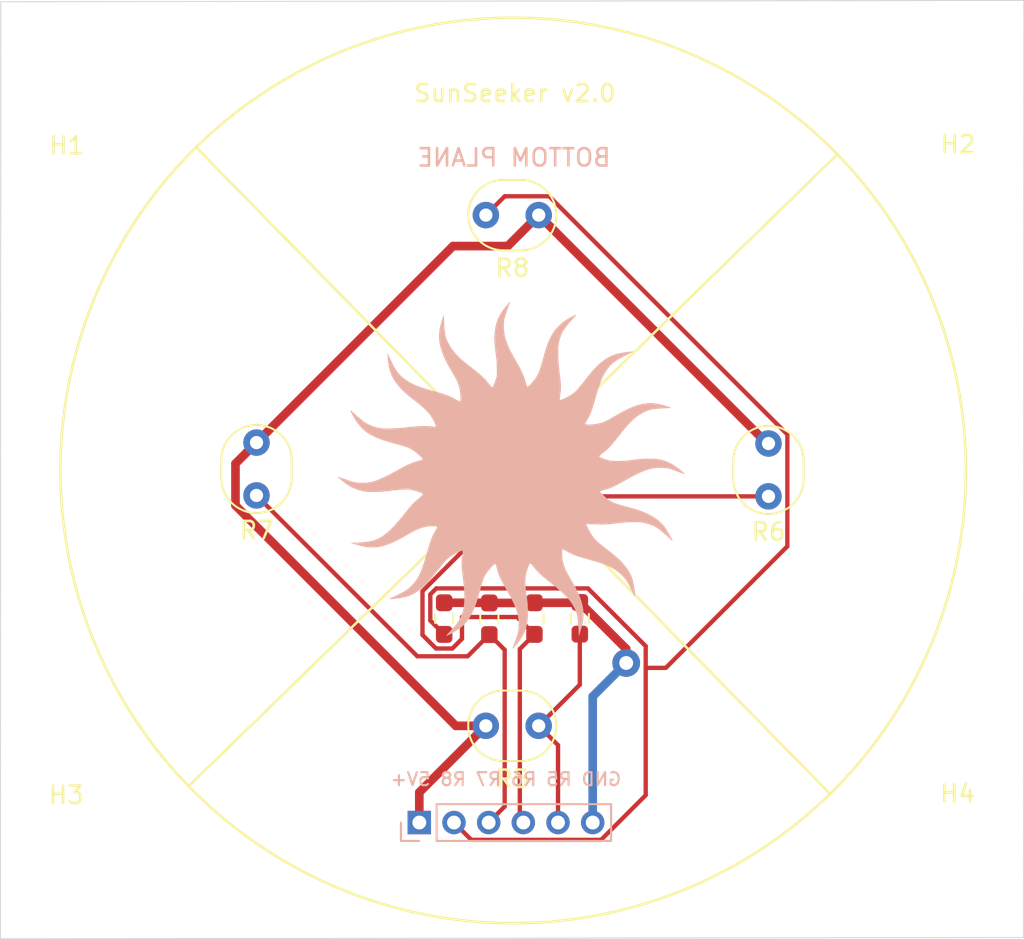
<source format=kicad_pcb>
(kicad_pcb (version 20171130) (host pcbnew "(5.1.10)-1")

  (general
    (thickness 1.6)
    (drawings 10)
    (tracks 64)
    (zones 0)
    (modules 14)
    (nets 7)
  )

  (page A4)
  (title_block
    (title "Photosensor Array")
    (rev v01)
    (comment 4 "Author: Mari Takizala")
  )

  (layers
    (0 F.Cu signal)
    (31 B.Cu signal)
    (32 B.Adhes user)
    (33 F.Adhes user)
    (34 B.Paste user)
    (35 F.Paste user)
    (36 B.SilkS user)
    (37 F.SilkS user)
    (38 B.Mask user)
    (39 F.Mask user)
    (40 Dwgs.User user)
    (41 Cmts.User user)
    (42 Eco1.User user)
    (43 Eco2.User user)
    (44 Edge.Cuts user)
    (45 Margin user)
    (46 B.CrtYd user)
    (47 F.CrtYd user)
    (48 B.Fab user hide)
    (49 F.Fab user)
  )

  (setup
    (last_trace_width 0.25)
    (trace_clearance 0.2)
    (zone_clearance 0.508)
    (zone_45_only no)
    (trace_min 0.2)
    (via_size 0.8)
    (via_drill 0.4)
    (via_min_size 0.4)
    (via_min_drill 0.2)
    (uvia_size 0.8)
    (uvia_drill 0.4)
    (uvias_allowed no)
    (uvia_min_size 0.4)
    (uvia_min_drill 0.2)
    (edge_width 0.05)
    (segment_width 0.2)
    (pcb_text_width 0.3)
    (pcb_text_size 1.5 1.5)
    (mod_edge_width 0.12)
    (mod_text_size 1 1)
    (mod_text_width 0.15)
    (pad_size 1.524 1.524)
    (pad_drill 0.762)
    (pad_to_mask_clearance 0)
    (aux_axis_origin 0 0)
    (grid_origin 150.54326 105.83164)
    (visible_elements 7FFFFFFF)
    (pcbplotparams
      (layerselection 0x010f0_ffffffff)
      (usegerberextensions false)
      (usegerberattributes true)
      (usegerberadvancedattributes true)
      (creategerberjobfile true)
      (excludeedgelayer true)
      (linewidth 0.100000)
      (plotframeref false)
      (viasonmask false)
      (mode 1)
      (useauxorigin false)
      (hpglpennumber 1)
      (hpglpenspeed 20)
      (hpglpendiameter 15.000000)
      (psnegative false)
      (psa4output false)
      (plotreference true)
      (plotvalue true)
      (plotinvisibletext false)
      (padsonsilk false)
      (subtractmaskfromsilk false)
      (outputformat 1)
      (mirror false)
      (drillshape 0)
      (scaleselection 1)
      (outputdirectory "gerber/"))
  )

  (net 0 "")
  (net 1 "Net-(J1-Pad1)")
  (net 2 "Net-(J1-Pad2)")
  (net 3 "Net-(J1-Pad3)")
  (net 4 "Net-(J1-Pad4)")
  (net 5 "Net-(J1-Pad5)")
  (net 6 "Net-(J1-Pad6)")

  (net_class Default "This is the default net class."
    (clearance 0.2)
    (trace_width 0.25)
    (via_dia 0.8)
    (via_drill 0.4)
    (uvia_dia 0.8)
    (uvia_drill 0.4)
    (add_net "Net-(J1-Pad2)")
    (add_net "Net-(J1-Pad3)")
    (add_net "Net-(J1-Pad4)")
    (add_net "Net-(J1-Pad5)")
  )

  (net_class Power ""
    (clearance 0.2)
    (trace_width 0.5)
    (via_dia 1.6)
    (via_drill 0.8)
    (uvia_dia 1.6)
    (uvia_drill 0.8)
    (diff_pair_width 0.4)
    (diff_pair_gap 0.5)
    (add_net "Net-(J1-Pad1)")
    (add_net "Net-(J1-Pad6)")
  )

  (module photoresistor5mm:SunnyFP (layer B.Cu) (tedit 0) (tstamp 6103536A)
    (at 150.43912 105.8418)
    (fp_text reference G*** (at 0 0) (layer B.SilkS) hide
      (effects (font (size 1.524 1.524) (thickness 0.3)) (justify mirror))
    )
    (fp_text value LOGO (at 0.75 0) (layer B.SilkS) hide
      (effects (font (size 1.524 1.524) (thickness 0.3)) (justify mirror))
    )
    (fp_poly (pts (xy 0.091184 10.241264) (xy 0.130778 10.206508) (xy 0.186942 10.147256) (xy 0.19685 10.136075)
      (xy 0.425133 9.856875) (xy 0.607603 9.590404) (xy 0.746498 9.33291) (xy 0.844056 9.08064)
      (xy 0.861065 9.022293) (xy 0.921439 8.730522) (xy 0.954196 8.39968) (xy 0.959308 8.033352)
      (xy 0.936746 7.635124) (xy 0.886483 7.20858) (xy 0.875784 7.1374) (xy 0.835634 6.844713)
      (xy 0.812675 6.591101) (xy 0.806904 6.367835) (xy 0.818319 6.166189) (xy 0.846918 5.977434)
      (xy 0.875464 5.8547) (xy 0.922877 5.690063) (xy 0.97123 5.549563) (xy 1.017863 5.439372)
      (xy 1.060115 5.365661) (xy 1.095324 5.3346) (xy 1.100002 5.334001) (xy 1.130343 5.353244)
      (xy 1.180973 5.40471) (xy 1.243056 5.479002) (xy 1.272031 5.516915) (xy 1.424988 5.705165)
      (xy 1.605633 5.894198) (xy 1.820132 6.089968) (xy 2.074655 6.298433) (xy 2.109259 6.325423)
      (xy 2.41863 6.570068) (xy 2.687392 6.793002) (xy 2.918899 6.997966) (xy 3.116505 7.188702)
      (xy 3.283564 7.368952) (xy 3.42343 7.542457) (xy 3.539457 7.712959) (xy 3.635 7.884199)
      (xy 3.713412 8.05992) (xy 3.748417 8.153984) (xy 3.782186 8.262962) (xy 3.809754 8.382139)
      (xy 3.83221 8.519579) (xy 3.850639 8.683346) (xy 3.866131 8.881502) (xy 3.879772 9.12211)
      (xy 3.880224 9.1313) (xy 3.8989 9.5123) (xy 3.968116 9.2964) (xy 4.056264 8.998705)
      (xy 4.117761 8.734393) (xy 4.153536 8.494187) (xy 4.16452 8.268809) (xy 4.151642 8.048982)
      (xy 4.115831 7.825428) (xy 4.1156 7.824301) (xy 4.063894 7.606427) (xy 3.998087 7.39222)
      (xy 3.914744 7.173694) (xy 3.810434 6.942867) (xy 3.681724 6.691754) (xy 3.525183 6.412371)
      (xy 3.462778 6.305744) (xy 3.320742 6.059564) (xy 3.206047 5.845968) (xy 3.115744 5.656756)
      (xy 3.046883 5.48373) (xy 2.996517 5.318691) (xy 2.961696 5.153441) (xy 2.939472 4.97978)
      (xy 2.928294 4.81965) (xy 2.922057 4.682325) (xy 2.92361 4.590008) (xy 2.939441 4.539015)
      (xy 2.976037 4.525665) (xy 3.039884 4.546274) (xy 3.137471 4.597159) (xy 3.229262 4.648783)
      (xy 3.346093 4.713462) (xy 3.451401 4.768276) (xy 3.55331 4.816289) (xy 3.659942 4.860567)
      (xy 3.779421 4.904175) (xy 3.91987 4.950179) (xy 4.089412 5.001645) (xy 4.29617 5.061637)
      (xy 4.4069 5.093193) (xy 4.661875 5.166158) (xy 4.874502 5.228435) (xy 5.051558 5.28227)
      (xy 5.199822 5.32991) (xy 5.326069 5.373602) (xy 5.437078 5.415591) (xy 5.539627 5.458125)
      (xy 5.630166 5.498672) (xy 5.922471 5.655972) (xy 6.190345 5.844973) (xy 6.425545 6.059038)
      (xy 6.619828 6.291533) (xy 6.626272 6.300612) (xy 6.677624 6.381385) (xy 6.743177 6.496314)
      (xy 6.81634 6.633205) (xy 6.890521 6.779862) (xy 6.933277 6.868531) (xy 6.994895 6.996187)
      (xy 7.049313 7.103597) (xy 7.092932 7.18409) (xy 7.122155 7.230993) (xy 7.133125 7.239123)
      (xy 7.135846 7.195528) (xy 7.131314 7.112767) (xy 7.120867 7.001743) (xy 7.105843 6.873357)
      (xy 7.087578 6.738514) (xy 7.06741 6.608115) (xy 7.046676 6.493062) (xy 7.034699 6.436706)
      (xy 6.982271 6.23566) (xy 6.922312 6.065913) (xy 6.846606 5.907971) (xy 6.746936 5.742337)
      (xy 6.733195 5.721352) (xy 6.632923 5.575843) (xy 6.528667 5.439244) (xy 6.415401 5.306699)
      (xy 6.288099 5.173352) (xy 6.141735 5.034349) (xy 5.971282 4.884834) (xy 5.771714 4.71995)
      (xy 5.538004 4.534843) (xy 5.372276 4.406656) (xy 5.196792 4.269996) (xy 5.055962 4.155176)
      (xy 4.942641 4.055167) (xy 4.849682 3.962939) (xy 4.76994 3.871464) (xy 4.696269 3.773714)
      (xy 4.631537 3.678074) (xy 4.563251 3.567082) (xy 4.496104 3.446901) (xy 4.435328 3.328195)
      (xy 4.386151 3.221627) (xy 4.353803 3.137861) (xy 4.3434 3.090499) (xy 4.349829 3.061284)
      (xy 4.377916 3.051299) (xy 4.44086 3.056576) (xy 4.45135 3.058041) (xy 4.513118 3.064121)
      (xy 4.61444 3.071039) (xy 4.74409 3.078157) (xy 4.890843 3.084838) (xy 4.9911 3.088681)
      (xy 5.187691 3.093792) (xy 5.353563 3.093098) (xy 5.508552 3.085734) (xy 5.672499 3.070837)
      (xy 5.8293 3.052169) (xy 6.189916 3.008941) (xy 6.506823 2.977277) (xy 6.785806 2.957295)
      (xy 7.032649 2.949111) (xy 7.253137 2.952842) (xy 7.453055 2.968606) (xy 7.638187 2.996519)
      (xy 7.814317 3.036698) (xy 7.98723 3.08926) (xy 8.007443 3.096199) (xy 8.143032 3.14736)
      (xy 8.267744 3.204595) (xy 8.388738 3.272876) (xy 8.513175 3.357176) (xy 8.648215 3.462467)
      (xy 8.801018 3.593723) (xy 8.978743 3.755915) (xy 9.040349 3.813565) (xy 9.130409 3.896644)
      (xy 9.20676 3.964096) (xy 9.262184 4.009763) (xy 9.289466 4.027488) (xy 9.290817 4.027249)
      (xy 9.285461 3.999567) (xy 9.257178 3.937025) (xy 9.210569 3.847458) (xy 9.150233 3.738703)
      (xy 9.08077 3.618596) (xy 9.006782 3.494972) (xy 8.932867 3.375666) (xy 8.863627 3.268516)
      (xy 8.803661 3.181355) (xy 8.763299 3.128697) (xy 8.561666 2.92292) (xy 8.315988 2.731656)
      (xy 8.031995 2.559262) (xy 7.9756 2.529727) (xy 7.792871 2.44056) (xy 7.611381 2.361721)
      (xy 7.420549 2.289436) (xy 7.209796 2.219933) (xy 6.968539 2.149441) (xy 6.729069 2.085272)
      (xy 6.486519 2.021066) (xy 6.286327 1.964783) (xy 6.121221 1.913508) (xy 5.983929 1.864324)
      (xy 5.867177 1.814318) (xy 5.763695 1.760572) (xy 5.66621 1.700172) (xy 5.567449 1.630202)
      (xy 5.5372 1.607453) (xy 5.451325 1.538052) (xy 5.361113 1.458319) (xy 5.274461 1.376141)
      (xy 5.199264 1.299407) (xy 5.143416 1.236005) (xy 5.114814 1.193823) (xy 5.113003 1.183645)
      (xy 5.139966 1.165941) (xy 5.205602 1.139915) (xy 5.299269 1.109435) (xy 5.382935 1.085593)
      (xy 5.527745 1.044428) (xy 5.660428 1.001036) (xy 5.789856 0.951433) (xy 5.924897 0.891636)
      (xy 6.074424 0.817664) (xy 6.247305 0.725532) (xy 6.452411 0.611258) (xy 6.5024 0.582945)
      (xy 6.820356 0.405751) (xy 7.102469 0.25624) (xy 7.354139 0.132439) (xy 7.580772 0.032379)
      (xy 7.787769 -0.045912) (xy 7.980534 -0.104404) (xy 8.16447 -0.145069) (xy 8.344979 -0.169877)
      (xy 8.527466 -0.180798) (xy 8.598741 -0.181718) (xy 8.817448 -0.174937) (xy 9.008582 -0.151364)
      (xy 9.19372 -0.107046) (xy 9.39444 -0.038027) (xy 9.405 -0.033962) (xy 9.607793 0.044263)
      (xy 9.765631 0.104094) (xy 9.880947 0.145432) (xy 9.956178 0.168176) (xy 9.993759 0.172229)
      (xy 9.996124 0.15749) (xy 9.96571 0.123862) (xy 9.90495 0.071245) (xy 9.816281 -0.00046)
      (xy 9.756274 -0.048249) (xy 9.521549 -0.225977) (xy 9.307002 -0.367805) (xy 9.102786 -0.478809)
      (xy 8.899056 -0.564068) (xy 8.685964 -0.628659) (xy 8.5852 -0.652163) (xy 8.416638 -0.678381)
      (xy 8.209417 -0.69465) (xy 7.974668 -0.701091) (xy 7.723525 -0.697821) (xy 7.467119 -0.68496)
      (xy 7.216584 -0.662627) (xy 7.0104 -0.635325) (xy 6.751931 -0.601289) (xy 6.492612 -0.579096)
      (xy 6.241356 -0.56877) (xy 6.007079 -0.570332) (xy 5.798694 -0.583806) (xy 5.625115 -0.609215)
      (xy 5.5372 -0.631502) (xy 5.359806 -0.689265) (xy 5.228047 -0.73669) (xy 5.138173 -0.775343)
      (xy 5.086433 -0.806789) (xy 5.070473 -0.826388) (xy 5.082216 -0.859203) (xy 5.135407 -0.9138)
      (xy 5.231293 -0.991375) (xy 5.280248 -1.027909) (xy 5.408551 -1.12719) (xy 5.530366 -1.233315)
      (xy 5.652373 -1.353267) (xy 5.781252 -1.494032) (xy 5.923681 -1.662592) (xy 6.086342 -1.865933)
      (xy 6.107108 -1.892452) (xy 6.337193 -2.18223) (xy 6.544324 -2.432623) (xy 6.732377 -2.647383)
      (xy 6.905225 -2.830265) (xy 7.066743 -2.985021) (xy 7.220805 -3.115405) (xy 7.371285 -3.22517)
      (xy 7.522058 -3.31807) (xy 7.6454 -3.382725) (xy 7.787847 -3.447539) (xy 7.924097 -3.49811)
      (xy 8.064716 -3.53666) (xy 8.220273 -3.565411) (xy 8.401335 -3.586585) (xy 8.618471 -3.602403)
      (xy 8.714894 -3.607584) (xy 8.86678 -3.615597) (xy 9.000386 -3.623501) (xy 9.107765 -3.630755)
      (xy 9.180967 -3.636818) (xy 9.212044 -3.641151) (xy 9.212488 -3.641421) (xy 9.194021 -3.652473)
      (xy 9.13663 -3.674824) (xy 9.049965 -3.704907) (xy 8.973458 -3.729796) (xy 8.658159 -3.819759)
      (xy 8.372451 -3.878147) (xy 8.106202 -3.905049) (xy 7.849279 -3.900554) (xy 7.59155 -3.864751)
      (xy 7.32288 -3.79773) (xy 7.161336 -3.745722) (xy 6.99923 -3.686556) (xy 6.839696 -3.620793)
      (xy 6.674325 -3.544282) (xy 6.494712 -3.452874) (xy 6.29245 -3.34242) (xy 6.05913 -3.20877)
      (xy 5.9817 -3.163459) (xy 5.829908 -3.076225) (xy 5.678828 -2.992877) (xy 5.538935 -2.918944)
      (xy 5.420704 -2.859952) (xy 5.334612 -2.821426) (xy 5.329761 -2.819523) (xy 5.092867 -2.745499)
      (xy 4.830935 -2.693926) (xy 4.566256 -2.668805) (xy 4.479772 -2.667) (xy 4.364945 -2.669188)
      (xy 4.296326 -2.680738) (xy 4.269788 -2.709122) (xy 4.281206 -2.761815) (xy 4.32645 -2.846289)
      (xy 4.354757 -2.893389) (xy 4.437693 -3.037192) (xy 4.511713 -3.18293) (xy 4.580252 -3.339354)
      (xy 4.646748 -3.515218) (xy 4.714635 -3.719272) (xy 4.787351 -3.960271) (xy 4.824345 -4.0894)
      (xy 4.915766 -4.406818) (xy 4.998502 -4.68026) (xy 5.074744 -4.915371) (xy 5.146684 -5.117799)
      (xy 5.216512 -5.293188) (xy 5.286419 -5.447185) (xy 5.358596 -5.585436) (xy 5.435234 -5.713586)
      (xy 5.482457 -5.785311) (xy 5.595153 -5.940902) (xy 5.710371 -6.076188) (xy 5.83574 -6.197179)
      (xy 5.978891 -6.309879) (xy 6.147454 -6.420298) (xy 6.349059 -6.534441) (xy 6.5913 -6.658298)
      (xy 7.0485 -6.883737) (xy 6.8453 -6.86831) (xy 6.544897 -6.837803) (xy 6.271703 -6.792124)
      (xy 6.020689 -6.728134) (xy 5.786831 -6.642693) (xy 5.565103 -6.532662) (xy 5.350477 -6.394903)
      (xy 5.137928 -6.226275) (xy 4.92243 -6.02364) (xy 4.698957 -5.783859) (xy 4.462483 -5.503792)
      (xy 4.26855 -5.258936) (xy 4.115393 -5.062884) (xy 3.986951 -4.902683) (xy 3.878252 -4.772963)
      (xy 3.784325 -4.668353) (xy 3.700198 -4.583482) (xy 3.620901 -4.512977) (xy 3.541461 -4.451468)
      (xy 3.48456 -4.411862) (xy 3.382162 -4.347384) (xy 3.26533 -4.280482) (xy 3.144506 -4.216376)
      (xy 3.030128 -4.160288) (xy 2.93264 -4.11744) (xy 2.86248 -4.093054) (xy 2.839793 -4.0894)
      (xy 2.81946 -4.090459) (xy 2.805759 -4.098428) (xy 2.798608 -4.120494) (xy 2.797926 -4.163842)
      (xy 2.803629 -4.23566) (xy 2.815636 -4.343133) (xy 2.833865 -4.493449) (xy 2.835059 -4.503206)
      (xy 2.846834 -4.602822) (xy 2.85551 -4.690451) (xy 2.86072 -4.772914) (xy 2.862102 -4.857033)
      (xy 2.859289 -4.94963) (xy 2.851916 -5.057528) (xy 2.83962 -5.187547) (xy 2.822035 -5.34651)
      (xy 2.798796 -5.541239) (xy 2.769538 -5.778555) (xy 2.764812 -5.8166) (xy 2.735252 -6.09666)
      (xy 2.715495 -6.376665) (xy 2.705554 -6.648242) (xy 2.705442 -6.903015) (xy 2.715172 -7.132612)
      (xy 2.734757 -7.328657) (xy 2.762297 -7.475397) (xy 2.812143 -7.656265) (xy 2.865991 -7.814652)
      (xy 2.928918 -7.959152) (xy 3.006004 -8.098357) (xy 3.102329 -8.240861) (xy 3.222971 -8.395256)
      (xy 3.373008 -8.570135) (xy 3.479412 -8.688644) (xy 3.572451 -8.792526) (xy 3.651023 -8.883081)
      (xy 3.709735 -8.953861) (xy 3.743197 -8.998417) (xy 3.748646 -9.01062) (xy 3.72197 -9.004737)
      (xy 3.660457 -8.977609) (xy 3.57292 -8.933977) (xy 3.468175 -8.878579) (xy 3.355035 -8.816157)
      (xy 3.242314 -8.751449) (xy 3.138827 -8.689195) (xy 3.0734 -8.64751) (xy 2.949812 -8.554718)
      (xy 2.812852 -8.433464) (xy 2.675617 -8.296962) (xy 2.551201 -8.158427) (xy 2.4527 -8.031071)
      (xy 2.432682 -8.001) (xy 2.338838 -7.846569) (xy 2.254652 -7.690901) (xy 2.177233 -7.526602)
      (xy 2.103686 -7.346281) (xy 2.03112 -7.142547) (xy 1.956641 -6.908008) (xy 1.877356 -6.635273)
      (xy 1.827449 -6.45454) (xy 1.757224 -6.201928) (xy 1.694669 -5.991674) (xy 1.636588 -5.816515)
      (xy 1.579782 -5.669184) (xy 1.521054 -5.542418) (xy 1.457207 -5.428951) (xy 1.385043 -5.321519)
      (xy 1.301364 -5.212857) (xy 1.257598 -5.15983) (xy 1.144341 -5.028818) (xy 1.056567 -4.936892)
      (xy 0.990982 -4.881274) (xy 0.944295 -4.859185) (xy 0.913212 -4.867847) (xy 0.91245 -4.868589)
      (xy 0.895282 -4.902875) (xy 0.870068 -4.97393) (xy 0.841062 -5.069236) (xy 0.827016 -5.120015)
      (xy 0.785315 -5.26661) (xy 0.740316 -5.4034) (xy 0.688286 -5.538615) (xy 0.62549 -5.680483)
      (xy 0.548197 -5.837233) (xy 0.452673 -6.017092) (xy 0.335185 -6.228289) (xy 0.280512 -6.3246)
      (xy 0.17082 -6.517504) (xy 0.082865 -6.673761) (xy 0.012888 -6.800661) (xy -0.042869 -6.905494)
      (xy -0.088166 -6.995551) (xy -0.12676 -7.078123) (xy -0.162412 -7.160501) (xy -0.198879 -7.249975)
      (xy -0.206728 -7.269683) (xy -0.298575 -7.518035) (xy -0.364167 -7.738769) (xy -0.406497 -7.945804)
      (xy -0.428558 -8.153058) (xy -0.433621 -8.324873) (xy -0.431729 -8.467536) (xy -0.424147 -8.592803)
      (xy -0.408606 -8.711135) (xy -0.382834 -8.832995) (xy -0.344563 -8.968846) (xy -0.291522 -9.129151)
      (xy -0.221441 -9.324371) (xy -0.210056 -9.355315) (xy -0.163447 -9.483993) (xy -0.124809 -9.595055)
      (xy -0.096898 -9.680211) (xy -0.082471 -9.731176) (xy -0.081469 -9.741934) (xy -0.100994 -9.728315)
      (xy -0.145085 -9.683353) (xy -0.206162 -9.615042) (xy -0.245675 -9.568719) (xy -0.448491 -9.31201)
      (xy -0.611209 -9.069479) (xy -0.738286 -8.830901) (xy -0.834176 -8.586048) (xy -0.903338 -8.324696)
      (xy -0.950225 -8.036617) (xy -0.962607 -7.923405) (xy -0.973568 -7.761401) (xy -0.975018 -7.589175)
      (xy -0.966439 -7.398522) (xy -0.947316 -7.181239) (xy -0.917133 -6.929121) (xy -0.885957 -6.7056)
      (xy -0.84941 -6.400724) (xy -0.830668 -6.097991) (xy -0.826978 -5.8928) (xy -0.8255 -5.4737)
      (xy -0.9398 -5.1435) (xy -0.996487 -4.987738) (xy -1.041664 -4.881211) (xy -1.075292 -4.824001)
      (xy -1.091101 -4.8133) (xy -1.122298 -4.832355) (xy -1.173999 -4.883253) (xy -1.23705 -4.95659)
      (xy -1.264163 -4.9911) (xy -1.48516 -5.253139) (xy -1.74046 -5.504737) (xy -2.017043 -5.737439)
      (xy -2.222905 -5.899667) (xy -2.393719 -6.03497) (xy -2.534577 -6.147556) (xy -2.650571 -6.241634)
      (xy -2.746793 -6.321414) (xy -2.828335 -6.391104) (xy -2.900291 -6.454914) (xy -2.967752 -6.517052)
      (xy -3.018941 -6.565548) (xy -3.267465 -6.82869) (xy -3.474483 -7.10185) (xy -3.635585 -7.379143)
      (xy -3.648406 -7.405625) (xy -3.716787 -7.56137) (xy -3.770039 -7.713324) (xy -3.810294 -7.872059)
      (xy -3.839686 -8.048147) (xy -3.860345 -8.252158) (xy -3.874404 -8.494666) (xy -3.876051 -8.5344)
      (xy -3.894721 -9.0043) (xy -3.981662 -8.7376) (xy -4.075449 -8.417104) (xy -4.13636 -8.125235)
      (xy -4.164433 -7.851924) (xy -4.159708 -7.587103) (xy -4.122222 -7.320702) (xy -4.052013 -7.042654)
      (xy -3.988849 -6.850907) (xy -3.929176 -6.690094) (xy -3.867436 -6.5405) (xy -3.798513 -6.391736)
      (xy -3.717294 -6.233415) (xy -3.618663 -6.055147) (xy -3.497505 -5.846544) (xy -3.47874 -5.814808)
      (xy -3.350419 -5.594953) (xy -3.247027 -5.409797) (xy -3.165026 -5.251964) (xy -3.100879 -5.114078)
      (xy -3.051047 -4.988764) (xy -3.011994 -4.868645) (xy -2.994733 -4.805641) (xy -2.972758 -4.702032)
      (xy -2.953998 -4.578876) (xy -2.939113 -4.44639) (xy -2.928763 -4.314793) (xy -2.923608 -4.194301)
      (xy -2.924307 -4.095132) (xy -2.931521 -4.027503) (xy -2.942881 -4.002675) (xy -2.975783 -4.007347)
      (xy -3.040675 -4.034556) (xy -3.126804 -4.079382) (xy -3.18649 -4.114068) (xy -3.308296 -4.184681)
      (xy -3.427696 -4.246691) (xy -3.553239 -4.303421) (xy -3.693476 -4.358194) (xy -3.856957 -4.414336)
      (xy -4.052231 -4.475169) (xy -4.287848 -4.544018) (xy -4.3053 -4.549003) (xy -4.58738 -4.630328)
      (xy -4.82626 -4.701213) (xy -5.027991 -4.763674) (xy -5.198623 -4.819725) (xy -5.344206 -4.871382)
      (xy -5.470789 -4.92066) (xy -5.584424 -4.969574) (xy -5.627447 -4.989414) (xy -5.923682 -5.144901)
      (xy -6.176696 -5.315075) (xy -6.393452 -5.506725) (xy -6.58091 -5.72664) (xy -6.746034 -5.981607)
      (xy -6.851103 -6.18259) (xy -6.91358 -6.311734) (xy -6.975219 -6.438443) (xy -7.029048 -6.548428)
      (xy -7.068096 -6.627402) (xy -7.069095 -6.6294) (xy -7.138976 -6.7691) (xy -7.125819 -6.5532)
      (xy -7.098466 -6.256908) (xy -7.052198 -5.984354) (xy -6.984087 -5.730969) (xy -6.891206 -5.492182)
      (xy -6.770627 -5.263423) (xy -6.619423 -5.040124) (xy -6.434666 -4.817715) (xy -6.213429 -4.591625)
      (xy -5.952784 -4.357286) (xy -5.649804 -4.110127) (xy -5.4737 -3.974376) (xy -5.201367 -3.756681)
      (xy -4.968687 -3.547118) (xy -4.777999 -3.348044) (xy -4.63164 -3.161819) (xy -4.568027 -3.0607)
      (xy -4.497711 -2.930513) (xy -4.437077 -2.807265) (xy -4.389597 -2.699167) (xy -4.358747 -2.614429)
      (xy -4.348001 -2.561264) (xy -4.351446 -2.548887) (xy -4.382378 -2.544785) (xy -4.451937 -2.547508)
      (xy -4.548511 -2.556358) (xy -4.620191 -2.565054) (xy -4.821505 -2.582195) (xy -5.061563 -2.586617)
      (xy -5.330028 -2.578698) (xy -5.61656 -2.558814) (xy -5.910822 -2.527341) (xy -6.0071 -2.514582)
      (xy -6.199645 -2.491539) (xy -6.412167 -2.472494) (xy -6.634601 -2.457796) (xy -6.856881 -2.447791)
      (xy -7.068939 -2.442827) (xy -7.26071 -2.443254) (xy -7.422126 -2.449419) (xy -7.54219 -2.461522)
      (xy -7.766402 -2.509618) (xy -7.998023 -2.582144) (xy -8.217517 -2.67209) (xy -8.400886 -2.769673)
      (xy -8.487166 -2.828916) (xy -8.598963 -2.914366) (xy -8.725148 -3.017054) (xy -8.854592 -3.128006)
      (xy -8.935984 -3.20102) (xy -9.044404 -3.299267) (xy -9.13955 -3.38352) (xy -9.215334 -3.448553)
      (xy -9.265672 -3.489135) (xy -9.284335 -3.500332) (xy -9.276716 -3.475535) (xy -9.248654 -3.414782)
      (xy -9.204313 -3.326563) (xy -9.147858 -3.219363) (xy -9.132659 -3.191183) (xy -8.998892 -2.958673)
      (xy -8.861577 -2.751971) (xy -8.71618 -2.568139) (xy -8.558167 -2.404241) (xy -8.383006 -2.257337)
      (xy -8.186164 -2.124491) (xy -7.963107 -2.002764) (xy -7.709301 -1.889219) (xy -7.420214 -1.780917)
      (xy -7.091313 -1.674922) (xy -6.718063 -1.568294) (xy -6.565414 -1.527462) (xy -6.363731 -1.473438)
      (xy -6.202606 -1.427585) (xy -6.073132 -1.386498) (xy -5.966404 -1.346774) (xy -5.873514 -1.305008)
      (xy -5.785557 -1.257795) (xy -5.693627 -1.20173) (xy -5.664629 -1.18312) (xy -5.57865 -1.122506)
      (xy -5.4815 -1.046101) (xy -5.381192 -0.961221) (xy -5.285738 -0.875186) (xy -5.203153 -0.795313)
      (xy -5.141449 -0.728921) (xy -5.10864 -0.683327) (xy -5.1054 -0.672404) (xy -5.128277 -0.6488)
      (xy -5.187978 -0.623777) (xy -5.23875 -0.610041) (xy -5.461916 -0.551034) (xy -5.689868 -0.472361)
      (xy -5.930471 -0.370638) (xy -6.191591 -0.24248) (xy -6.481093 -0.084503) (xy -6.544011 -0.048502)
      (xy -6.716771 0.048031) (xy -6.908776 0.150258) (xy -7.108027 0.252188) (xy -7.302524 0.347829)
      (xy -7.480267 0.431189) (xy -7.629256 0.496279) (xy -7.660839 0.509088) (xy -7.890039 0.590652)
      (xy -8.104849 0.644712) (xy -8.325482 0.67507) (xy -8.572146 0.685525) (xy -8.599618 0.685623)
      (xy -8.739725 0.684056) (xy -8.860822 0.677718) (xy -8.973117 0.664399) (xy -9.08682 0.641889)
      (xy -9.212138 0.607977) (xy -9.359282 0.560454) (xy -9.538459 0.497109) (xy -9.637513 0.460923)
      (xy -9.762078 0.415983) (xy -9.868775 0.379105) (xy -9.949047 0.353118) (xy -9.994337 0.340855)
      (xy -10.001099 0.340632) (xy -9.98829 0.361013) (xy -9.943137 0.4057) (xy -9.873542 0.467998)
      (xy -9.787404 0.54121) (xy -9.692622 0.618641) (xy -9.597098 0.693595) (xy -9.50873 0.759376)
      (xy -9.498159 0.766919) (xy -9.205446 0.94474) (xy -8.890567 1.078088) (xy -8.550907 1.167972)
      (xy -8.388923 1.194556) (xy -8.225155 1.209118) (xy -8.023683 1.215002) (xy -7.796776 1.212652)
      (xy -7.556706 1.202509) (xy -7.315742 1.185019) (xy -7.086154 1.160622) (xy -6.9596 1.142952)
      (xy -6.794681 1.120874) (xy -6.603377 1.100614) (xy -6.410102 1.084497) (xy -6.2484 1.075202)
      (xy -6.100709 1.069914) (xy -5.98918 1.068596) (xy -5.899246 1.072626) (xy -5.816335 1.083382)
      (xy -5.725879 1.102241) (xy -5.613305 1.130582) (xy -5.585356 1.137902) (xy -5.39644 1.190771)
      (xy -5.255313 1.23788) (xy -5.15943 1.280324) (xy -5.106243 1.319199) (xy -5.0927 1.349762)
      (xy -5.111611 1.38048) (xy -5.163268 1.434716) (xy -5.240053 1.505135) (xy -5.334353 1.584404)
      (xy -5.3467 1.594336) (xy -5.440082 1.67059) (xy -5.52419 1.743461) (xy -5.604244 1.818659)
      (xy -5.685462 1.901897) (xy -5.773063 1.998885) (xy -5.872265 2.115335) (xy -5.988287 2.25696)
      (xy -6.126348 2.429469) (xy -6.233956 2.5654) (xy -6.376542 2.740618) (xy -6.533596 2.924475)
      (xy -6.692794 3.103023) (xy -6.84181 3.262313) (xy -6.918435 3.3401) (xy -7.121408 3.531233)
      (xy -7.314927 3.690421) (xy -7.506318 3.820415) (xy -7.702908 3.923963) (xy -7.912023 4.003814)
      (xy -8.140989 4.062718) (xy -8.397131 4.103424) (xy -8.687778 4.12868) (xy -9.020254 4.141237)
      (xy -9.0551 4.141883) (xy -9.2583 4.145358) (xy -8.9535 4.2453) (xy -8.660862 4.330253)
      (xy -8.382479 4.386667) (xy -8.112867 4.413547) (xy -7.846544 4.409897) (xy -7.578027 4.37472)
      (xy -7.301834 4.30702) (xy -7.012481 4.205801) (xy -6.704486 4.070066) (xy -6.372365 3.89882)
      (xy -6.0579 3.71921) (xy -5.804148 3.57283) (xy -5.582654 3.454849) (xy -5.385535 3.362533)
      (xy -5.20491 3.293145) (xy -5.032896 3.243948) (xy -4.861613 3.212206) (xy -4.683178 3.195182)
      (xy -4.53458 3.190368) (xy -4.404293 3.191107) (xy -4.320507 3.200237) (xy -4.279009 3.223233)
      (xy -4.275582 3.265571) (xy -4.306012 3.332725) (xy -4.358765 3.418752) (xy -4.447432 3.568593)
      (xy -4.528478 3.731055) (xy -4.605235 3.91446) (xy -4.681032 4.127125) (xy -4.759203 4.377371)
      (xy -4.802151 4.526019) (xy -4.899547 4.864194) (xy -4.988266 5.157432) (xy -5.070155 5.410494)
      (xy -5.147063 5.62814) (xy -5.220836 5.815132) (xy -5.293322 5.976229) (xy -5.366369 6.116193)
      (xy -5.441824 6.239785) (xy -5.499101 6.321878) (xy -5.640085 6.501726) (xy -5.78142 6.655108)
      (xy -5.932312 6.789103) (xy -6.101964 6.91079) (xy -6.299581 7.027249) (xy -6.534366 7.14556)
      (xy -6.624707 7.187654) (xy -6.75506 7.248615) (xy -6.865375 7.302536) (xy -6.948977 7.345958)
      (xy -6.999196 7.375422) (xy -7.009911 7.38733) (xy -6.966899 7.389966) (xy -6.884474 7.385564)
      (xy -6.773338 7.375399) (xy -6.644192 7.360746) (xy -6.50774 7.342881) (xy -6.374682 7.323077)
      (xy -6.255721 7.302611) (xy -6.193234 7.290039) (xy -5.953462 7.224334) (xy -5.723548 7.132256)
      (xy -5.499676 7.010818) (xy -5.278031 6.857036) (xy -5.054796 6.667925) (xy -4.826157 6.4405)
      (xy -4.588298 6.171777) (xy -4.337402 5.858769) (xy -4.298297 5.80767) (xy -4.145905 5.609101)
      (xy -4.017703 5.446466) (xy -3.908543 5.314224) (xy -3.81328 5.206837) (xy -3.726766 5.118764)
      (xy -3.643855 5.044465) (xy -3.559401 4.978402) (xy -3.470214 4.916334) (xy -3.348306 4.839472)
      (xy -3.219684 4.765478) (xy -3.094219 4.699312) (xy -2.981785 4.645936) (xy -2.892253 4.610312)
      (xy -2.835629 4.597401) (xy -2.817696 4.597206) (xy -2.805131 4.601156) (xy -2.798092 4.616052)
      (xy -2.796736 4.648691) (xy -2.801221 4.705876) (xy -2.811704 4.794405) (xy -2.828343 4.921079)
      (xy -2.846211 5.0546) (xy -2.856382 5.143197) (xy -2.862347 5.231857) (xy -2.863722 5.327613)
      (xy -2.860121 5.437496) (xy -2.851161 5.568537) (xy -2.836456 5.727768) (xy -2.815622 5.922221)
      (xy -2.788274 6.158926) (xy -2.783664 6.197854) (xy -2.748799 6.509285) (xy -2.723509 6.778413)
      (xy -2.70743 7.012755) (xy -2.700195 7.219826) (xy -2.701439 7.40714) (xy -2.710797 7.582214)
      (xy -2.714288 7.624132) (xy -2.738688 7.842756) (xy -2.771544 8.026245) (xy -2.816798 8.190066)
      (xy -2.878391 8.349682) (xy -2.924673 8.449546) (xy -2.989003 8.575578) (xy -3.053311 8.686284)
      (xy -3.125072 8.791938) (xy -3.211757 8.902817) (xy -3.320839 9.029196) (xy -3.446129 9.166617)
      (xy -3.562694 9.292558) (xy -3.647477 9.385162) (xy -3.703083 9.448482) (xy -3.732119 9.486573)
      (xy -3.737189 9.50349) (xy -3.7209 9.503285) (xy -3.685857 9.490014) (xy -3.641592 9.470754)
      (xy -3.541068 9.423817) (xy -3.436305 9.370516) (xy -3.4036 9.352698) (xy -3.135459 9.191898)
      (xy -2.909697 9.030908) (xy -2.71851 8.861641) (xy -2.554095 8.676011) (xy -2.408649 8.465931)
      (xy -2.274367 8.223315) (xy -2.234009 8.1407) (xy -2.168779 7.999118) (xy -2.110305 7.861038)
      (xy -2.055651 7.71783) (xy -2.001882 7.560861) (xy -1.946064 7.381498) (xy -1.885261 7.171109)
      (xy -1.816539 6.921061) (xy -1.805833 6.881335) (xy -1.739799 6.641681) (xy -1.680655 6.44349)
      (xy -1.624539 6.278575) (xy -1.567588 6.138748) (xy -1.505941 6.015822) (xy -1.435735 5.901612)
      (xy -1.353108 5.78793) (xy -1.254197 5.66659) (xy -1.2065 5.610947) (xy -1.10538 5.497588)
      (xy -1.02968 5.42152) (xy -0.974756 5.379089) (xy -0.93596 5.366639) (xy -0.910768 5.378273)
      (xy -0.895244 5.411091) (xy -0.870936 5.482358) (xy -0.841305 5.581219) (xy -0.812956 5.684794)
      (xy -0.775916 5.817651) (xy -0.736061 5.940498) (xy -0.689604 6.06164) (xy -0.632755 6.189379)
      (xy -0.561728 6.33202) (xy -0.472733 6.497866) (xy -0.361982 6.695221) (xy -0.312489 6.7818)
      (xy -0.137741 7.092346) (xy 0.009112 7.367706) (xy 0.13015 7.613711) (xy 0.227455 7.836188)
      (xy 0.303107 8.040968) (xy 0.359185 8.233879) (xy 0.397771 8.420749) (xy 0.420945 8.607409)
      (xy 0.430788 8.799686) (xy 0.431466 8.866167) (xy 0.428253 9.017218) (xy 0.416614 9.155198)
      (xy 0.394096 9.291005) (xy 0.358249 9.435534) (xy 0.306619 9.599681) (xy 0.236756 9.794345)
      (xy 0.201855 9.886598) (xy 0.156101 10.008259) (xy 0.117798 10.113935) (xy 0.090297 10.19409)
      (xy 0.076946 10.239188) (xy 0.0762 10.244314) (xy 0.091184 10.241264)) (layer B.SilkS) (width 0.01))
  )

  (module photoresistor5mm:5mmPhotoresistor (layer F.Cu) (tedit 60FFA6EB) (tstamp 60FFEC78)
    (at 150.49754 91.08948 180)
    (path /61015521)
    (fp_text reference R8 (at 0 -3.048 180) (layer F.SilkS)
      (effects (font (size 1 1) (thickness 0.15)))
    )
    (fp_text value R_PHOTO (at 0 3.302) (layer F.Fab)
      (effects (font (size 1 1) (thickness 0.15)))
    )
    (fp_line (start -0.508 -2.032) (end 0.508 -2.032) (layer F.SilkS) (width 0.12))
    (fp_line (start -0.508 2.032) (end 0.508 2.032) (layer F.SilkS) (width 0.12))
    (fp_arc (start 0.508 0) (end 0.508 2.032) (angle -180) (layer F.SilkS) (width 0.12))
    (fp_arc (start -0.508 0) (end -0.508 -2.032) (angle -180) (layer F.SilkS) (width 0.12))
    (pad 1 thru_hole circle (at -1.524 0 180) (size 1.524 1.524) (drill 0.762) (layers *.Cu *.Mask)
      (net 1 "Net-(J1-Pad1)"))
    (pad 2 thru_hole circle (at 1.524 0 180) (size 1.524 1.524) (drill 0.762) (layers *.Cu *.Mask)
      (net 2 "Net-(J1-Pad2)"))
    (model C:/Users/mtaki/Desktop/Ldr.step
      (offset (xyz 0 0 1))
      (scale (xyz 1 0.9 0.4))
      (rotate (xyz 0 0 90))
    )
  )

  (module photoresistor5mm:5mmPhotoresistor (layer F.Cu) (tedit 60FFA6EB) (tstamp 60FFEC64)
    (at 165.27272 105.78592 270)
    (path /60FF4007)
    (fp_text reference R6 (at 3.56616 -0.00254 180) (layer F.SilkS)
      (effects (font (size 1 1) (thickness 0.15)))
    )
    (fp_text value R_PHOTO (at 0.03048 -3.49504 90) (layer F.Fab)
      (effects (font (size 1 1) (thickness 0.15)))
    )
    (fp_line (start -0.508 2.032) (end 0.508 2.032) (layer F.SilkS) (width 0.12))
    (fp_line (start -0.508 -2.032) (end 0.508 -2.032) (layer F.SilkS) (width 0.12))
    (fp_arc (start -0.508 0) (end -0.508 -2.032) (angle -180) (layer F.SilkS) (width 0.12))
    (fp_arc (start 0.508 0) (end 0.508 2.032) (angle -180) (layer F.SilkS) (width 0.12))
    (pad 2 thru_hole circle (at 1.524 0 270) (size 1.524 1.524) (drill 0.762) (layers *.Cu *.Mask)
      (net 4 "Net-(J1-Pad4)"))
    (pad 1 thru_hole circle (at -1.524 0 270) (size 1.524 1.524) (drill 0.762) (layers *.Cu *.Mask)
      (net 1 "Net-(J1-Pad1)"))
    (model C:/Users/mtaki/Desktop/Ldr.step
      (offset (xyz 0 0 1))
      (scale (xyz 1 0.9 0.4))
      (rotate (xyz 0 0 90))
    )
  )

  (module MountingHole:MountingHole_3.5mm (layer F.Cu) (tedit 56D1B4CB) (tstamp 61025044)
    (at 176.17694 128.9558)
    (descr "Mounting Hole 3.5mm, no annular")
    (tags "mounting hole 3.5mm no annular")
    (attr virtual)
    (fp_text reference H4 (at 0 -4.5) (layer F.SilkS)
      (effects (font (size 1 1) (thickness 0.15)))
    )
    (fp_text value MountingHole_3.5mm (at 0 -13.462 90) (layer F.Fab)
      (effects (font (size 1 1) (thickness 0.15)))
    )
    (fp_circle (center 0 0) (end 3.75 0) (layer F.CrtYd) (width 0.05))
    (fp_circle (center 0 0) (end 3.5 0) (layer Cmts.User) (width 0.15))
    (fp_text user %R (at 0.3 0) (layer F.Fab)
      (effects (font (size 1 1) (thickness 0.15)))
    )
    (pad 1 np_thru_hole circle (at 0 0) (size 3.5 3.5) (drill 3.5) (layers *.Cu *.Mask))
  )

  (module MountingHole:MountingHole_3.5mm (layer F.Cu) (tedit 56D1B4CB) (tstamp 61025020)
    (at 124.7775 129.032)
    (descr "Mounting Hole 3.5mm, no annular")
    (tags "mounting hole 3.5mm no annular")
    (attr virtual)
    (fp_text reference H3 (at 0 -4.5) (layer F.SilkS)
      (effects (font (size 1 1) (thickness 0.15)))
    )
    (fp_text value MountingHole_3.5mm (at -0.0254 -13.7414 270) (layer F.Fab)
      (effects (font (size 1 1) (thickness 0.15)))
    )
    (fp_circle (center 0 0) (end 3.75 0) (layer F.CrtYd) (width 0.05))
    (fp_circle (center 0 0) (end 3.5 0) (layer Cmts.User) (width 0.15))
    (fp_text user %R (at 0.3 0) (layer F.Fab)
      (effects (font (size 1 1) (thickness 0.15)))
    )
    (pad 1 np_thru_hole circle (at 0 0) (size 3.5 3.5) (drill 3.5) (layers *.Cu *.Mask))
  )

  (module MountingHole:MountingHole_3.5mm (layer F.Cu) (tedit 56D1B4CB) (tstamp 61024FFC)
    (at 176.20234 82.50936 180)
    (descr "Mounting Hole 3.5mm, no annular")
    (tags "mounting hole 3.5mm no annular")
    (attr virtual)
    (fp_text reference H2 (at 0 -4.5) (layer F.SilkS)
      (effects (font (size 1 1) (thickness 0.15)))
    )
    (fp_text value MountingHole_3.5mm (at -0.0508 -13.72108 90) (layer F.Fab)
      (effects (font (size 1 1) (thickness 0.15)))
    )
    (fp_circle (center 0 0) (end 3.75 0) (layer F.CrtYd) (width 0.05))
    (fp_circle (center 0 0) (end 3.5 0) (layer Cmts.User) (width 0.15))
    (fp_text user %R (at 0.3 0) (layer F.Fab)
      (effects (font (size 1 1) (thickness 0.15)))
    )
    (pad 1 np_thru_hole circle (at 0 0 180) (size 3.5 3.5) (drill 3.5) (layers *.Cu *.Mask))
  )

  (module MountingHole:MountingHole_3.5mm (layer F.Cu) (tedit 56D1B4CB) (tstamp 61024FD8)
    (at 124.8029 82.58048 180)
    (descr "Mounting Hole 3.5mm, no annular")
    (tags "mounting hole 3.5mm no annular")
    (attr virtual)
    (fp_text reference H1 (at 0 -4.5) (layer F.SilkS)
      (effects (font (size 1 1) (thickness 0.15)))
    )
    (fp_text value MountingHole_3.5mm (at 0.23368 -13.50264 270) (layer F.Fab)
      (effects (font (size 1 1) (thickness 0.15)))
    )
    (fp_circle (center 0 0) (end 3.75 0) (layer F.CrtYd) (width 0.05))
    (fp_circle (center 0 0) (end 3.5 0) (layer Cmts.User) (width 0.15))
    (fp_text user %R (at 0.26924 -0.04572) (layer F.Fab)
      (effects (font (size 1 1) (thickness 0.15)))
    )
    (pad 1 np_thru_hole circle (at 0 0 180) (size 3.5 3.5) (drill 3.5) (layers *.Cu *.Mask))
  )

  (module photoresistor5mm:5mmPhotoresistor (layer F.Cu) (tedit 60FFA6EB) (tstamp 60FFEC5A)
    (at 150.495 120.54332)
    (path /60FF3901)
    (fp_text reference R5 (at 0 3.06832) (layer F.SilkS)
      (effects (font (size 1 1) (thickness 0.15)))
    )
    (fp_text value R_PHOTO (at 0 3.302) (layer F.Fab)
      (effects (font (size 1 1) (thickness 0.15)))
    )
    (fp_line (start -0.508 -2.032) (end 0.508 -2.032) (layer F.SilkS) (width 0.12))
    (fp_line (start -0.508 2.032) (end 0.508 2.032) (layer F.SilkS) (width 0.12))
    (fp_arc (start -0.508 0) (end -0.508 -2.032) (angle -180) (layer F.SilkS) (width 0.12))
    (fp_arc (start 0.508 0) (end 0.508 2.032) (angle -180) (layer F.SilkS) (width 0.12))
    (pad 2 thru_hole circle (at 1.524 0) (size 1.524 1.524) (drill 0.762) (layers *.Cu *.Mask)
      (net 5 "Net-(J1-Pad5)"))
    (pad 1 thru_hole circle (at -1.524 0) (size 1.524 1.524) (drill 0.762) (layers *.Cu *.Mask)
      (net 1 "Net-(J1-Pad1)"))
    (model C:/Users/mtaki/Desktop/Ldr.step
      (offset (xyz 0 0 1))
      (scale (xyz 1 0.9 0.4))
      (rotate (xyz 0 0 90))
    )
  )

  (module photoresistor5mm:5mmPhotoresistor (layer F.Cu) (tedit 60FFA6EB) (tstamp 60FFEC6E)
    (at 135.74522 105.73258 270)
    (path /6101552E)
    (fp_text reference R7 (at 3.54076 -0.01016 180) (layer F.SilkS)
      (effects (font (size 1 1) (thickness 0.15)))
    )
    (fp_text value R_PHOTO (at 0 3.302 90) (layer F.Fab)
      (effects (font (size 1 1) (thickness 0.15)))
    )
    (fp_line (start -0.508 -2.032) (end 0.508 -2.032) (layer F.SilkS) (width 0.12))
    (fp_line (start -0.508 2.032) (end 0.508 2.032) (layer F.SilkS) (width 0.12))
    (fp_arc (start 0.508 0) (end 0.508 2.032) (angle -180) (layer F.SilkS) (width 0.12))
    (fp_arc (start -0.508 0) (end -0.508 -2.032) (angle -180) (layer F.SilkS) (width 0.12))
    (pad 1 thru_hole circle (at -1.524 0 270) (size 1.524 1.524) (drill 0.762) (layers *.Cu *.Mask)
      (net 1 "Net-(J1-Pad1)"))
    (pad 2 thru_hole circle (at 1.524 0 270) (size 1.524 1.524) (drill 0.762) (layers *.Cu *.Mask)
      (net 3 "Net-(J1-Pad3)"))
    (model C:/Users/mtaki/Desktop/Ldr.step
      (offset (xyz 0 0 1))
      (scale (xyz 1 0.9 0.4))
      (rotate (xyz 0 0 90))
    )
  )

  (module Connector_PinSocket_2.00mm:PinSocket_1x06_P2.00mm_Vertical (layer B.Cu) (tedit 5A19A421) (tstamp 6102F0C2)
    (at 145.13458 126.12116 270)
    (descr "Through hole straight socket strip, 1x06, 2.00mm pitch, single row (from Kicad 4.0.7), script generated")
    (tags "Through hole socket strip THT 1x06 2.00mm single row")
    (path /61081434)
    (fp_text reference J1 (at 0 2.5 90) (layer B.SilkS) hide
      (effects (font (size 1 1) (thickness 0.15)) (justify mirror))
    )
    (fp_text value "1x6 Female Header" (at 0 -12.5 90) (layer B.Fab)
      (effects (font (size 1 1) (thickness 0.15)) (justify mirror))
    )
    (fp_line (start -1 1) (end 0.5 1) (layer B.Fab) (width 0.1))
    (fp_line (start 0.5 1) (end 1 0.5) (layer B.Fab) (width 0.1))
    (fp_line (start 1 0.5) (end 1 -11) (layer B.Fab) (width 0.1))
    (fp_line (start 1 -11) (end -1 -11) (layer B.Fab) (width 0.1))
    (fp_line (start -1 -11) (end -1 1) (layer B.Fab) (width 0.1))
    (fp_line (start -1.06 -1) (end 1.06 -1) (layer B.SilkS) (width 0.12))
    (fp_line (start -1.06 -1) (end -1.06 -11.06) (layer B.SilkS) (width 0.12))
    (fp_line (start -1.06 -11.06) (end 1.06 -11.06) (layer B.SilkS) (width 0.12))
    (fp_line (start 1.06 -1) (end 1.06 -11.06) (layer B.SilkS) (width 0.12))
    (fp_line (start 1.06 1.06) (end 1.06 0) (layer B.SilkS) (width 0.12))
    (fp_line (start 0 1.06) (end 1.06 1.06) (layer B.SilkS) (width 0.12))
    (fp_line (start -1.5 1.5) (end 1.5 1.5) (layer B.CrtYd) (width 0.05))
    (fp_line (start 1.5 1.5) (end 1.5 -11.5) (layer B.CrtYd) (width 0.05))
    (fp_line (start 1.5 -11.5) (end -1.5 -11.5) (layer B.CrtYd) (width 0.05))
    (fp_line (start -1.5 -11.5) (end -1.5 1.5) (layer B.CrtYd) (width 0.05))
    (fp_text user %R (at 0 -5 180) (layer B.Fab)
      (effects (font (size 1 1) (thickness 0.15)) (justify mirror))
    )
    (pad 1 thru_hole rect (at 0 0 270) (size 1.35 1.35) (drill 0.8) (layers *.Cu *.Mask)
      (net 1 "Net-(J1-Pad1)"))
    (pad 2 thru_hole oval (at 0 -2 270) (size 1.35 1.35) (drill 0.8) (layers *.Cu *.Mask)
      (net 2 "Net-(J1-Pad2)"))
    (pad 3 thru_hole oval (at 0 -4 270) (size 1.35 1.35) (drill 0.8) (layers *.Cu *.Mask)
      (net 3 "Net-(J1-Pad3)"))
    (pad 4 thru_hole oval (at 0 -6 270) (size 1.35 1.35) (drill 0.8) (layers *.Cu *.Mask)
      (net 4 "Net-(J1-Pad4)"))
    (pad 5 thru_hole oval (at 0 -8 270) (size 1.35 1.35) (drill 0.8) (layers *.Cu *.Mask)
      (net 5 "Net-(J1-Pad5)"))
    (pad 6 thru_hole oval (at 0 -10 270) (size 1.35 1.35) (drill 0.8) (layers *.Cu *.Mask)
      (net 6 "Net-(J1-Pad6)"))
    (model ${KISYS3DMOD}/Connector_PinSocket_2.00mm.3dshapes/PinSocket_1x06_P2.00mm_Vertical.wrl
      (at (xyz 0 0 0))
      (scale (xyz 1 1 1))
      (rotate (xyz 0 0 0))
    )
  )

  (module Resistor_SMD:R_0603_1608Metric_Pad0.98x0.95mm_HandSolder (layer F.Cu) (tedit 5F68FEEE) (tstamp 6102F8AD)
    (at 146.56816 114.35842 90)
    (descr "Resistor SMD 0603 (1608 Metric), square (rectangular) end terminal, IPC_7351 nominal with elongated pad for handsoldering. (Body size source: IPC-SM-782 page 72, https://www.pcb-3d.com/wordpress/wp-content/uploads/ipc-sm-782a_amendment_1_and_2.pdf), generated with kicad-footprint-generator")
    (tags "resistor handsolder")
    (path /60FF5957)
    (attr smd)
    (fp_text reference R1 (at 0 -1.43 90) (layer F.SilkS) hide
      (effects (font (size 0.5 0.5) (thickness 0.125)))
    )
    (fp_text value R (at 0 1.43 90) (layer F.Fab)
      (effects (font (size 1 1) (thickness 0.15)))
    )
    (fp_line (start -0.8 0.4125) (end -0.8 -0.4125) (layer F.Fab) (width 0.1))
    (fp_line (start -0.8 -0.4125) (end 0.8 -0.4125) (layer F.Fab) (width 0.1))
    (fp_line (start 0.8 -0.4125) (end 0.8 0.4125) (layer F.Fab) (width 0.1))
    (fp_line (start 0.8 0.4125) (end -0.8 0.4125) (layer F.Fab) (width 0.1))
    (fp_line (start -0.254724 -0.5225) (end 0.254724 -0.5225) (layer F.SilkS) (width 0.12))
    (fp_line (start -0.254724 0.5225) (end 0.254724 0.5225) (layer F.SilkS) (width 0.12))
    (fp_line (start -1.65 0.73) (end -1.65 -0.73) (layer F.CrtYd) (width 0.05))
    (fp_line (start -1.65 -0.73) (end 1.65 -0.73) (layer F.CrtYd) (width 0.05))
    (fp_line (start 1.65 -0.73) (end 1.65 0.73) (layer F.CrtYd) (width 0.05))
    (fp_line (start 1.65 0.73) (end -1.65 0.73) (layer F.CrtYd) (width 0.05))
    (fp_text user %R (at 0 0 90) (layer F.Fab)
      (effects (font (size 0.4 0.4) (thickness 0.06)))
    )
    (pad 1 smd roundrect (at -0.9125 0 90) (size 0.975 0.95) (layers F.Cu F.Paste F.Mask) (roundrect_rratio 0.25)
      (net 2 "Net-(J1-Pad2)"))
    (pad 2 smd roundrect (at 0.9125 0 90) (size 0.975 0.95) (layers F.Cu F.Paste F.Mask) (roundrect_rratio 0.25)
      (net 6 "Net-(J1-Pad6)"))
    (model ${KISYS3DMOD}/Resistor_SMD.3dshapes/R_0603_1608Metric.wrl
      (at (xyz 0 0 0))
      (scale (xyz 1 1 1))
      (rotate (xyz 0 0 0))
    )
  )

  (module Resistor_SMD:R_0603_1608Metric_Pad0.98x0.95mm_HandSolder (layer F.Cu) (tedit 5F68FEEE) (tstamp 6102F8BD)
    (at 149.1742 114.36858 90)
    (descr "Resistor SMD 0603 (1608 Metric), square (rectangular) end terminal, IPC_7351 nominal with elongated pad for handsoldering. (Body size source: IPC-SM-782 page 72, https://www.pcb-3d.com/wordpress/wp-content/uploads/ipc-sm-782a_amendment_1_and_2.pdf), generated with kicad-footprint-generator")
    (tags "resistor handsolder")
    (path /60FF5E7D)
    (attr smd)
    (fp_text reference R2 (at 0 -1.43 90) (layer F.SilkS) hide
      (effects (font (size 0.5 0.5) (thickness 0.125)))
    )
    (fp_text value R (at 0 1.43 90) (layer F.Fab)
      (effects (font (size 1 1) (thickness 0.15)))
    )
    (fp_line (start 1.65 0.73) (end -1.65 0.73) (layer F.CrtYd) (width 0.05))
    (fp_line (start 1.65 -0.73) (end 1.65 0.73) (layer F.CrtYd) (width 0.05))
    (fp_line (start -1.65 -0.73) (end 1.65 -0.73) (layer F.CrtYd) (width 0.05))
    (fp_line (start -1.65 0.73) (end -1.65 -0.73) (layer F.CrtYd) (width 0.05))
    (fp_line (start -0.254724 0.5225) (end 0.254724 0.5225) (layer F.SilkS) (width 0.12))
    (fp_line (start -0.254724 -0.5225) (end 0.254724 -0.5225) (layer F.SilkS) (width 0.12))
    (fp_line (start 0.8 0.4125) (end -0.8 0.4125) (layer F.Fab) (width 0.1))
    (fp_line (start 0.8 -0.4125) (end 0.8 0.4125) (layer F.Fab) (width 0.1))
    (fp_line (start -0.8 -0.4125) (end 0.8 -0.4125) (layer F.Fab) (width 0.1))
    (fp_line (start -0.8 0.4125) (end -0.8 -0.4125) (layer F.Fab) (width 0.1))
    (fp_text user %R (at 0 0.00508 90) (layer F.Fab)
      (effects (font (size 0.4 0.4) (thickness 0.06)))
    )
    (pad 2 smd roundrect (at 0.9125 0 90) (size 0.975 0.95) (layers F.Cu F.Paste F.Mask) (roundrect_rratio 0.25)
      (net 6 "Net-(J1-Pad6)"))
    (pad 1 smd roundrect (at -0.9125 0 90) (size 0.975 0.95) (layers F.Cu F.Paste F.Mask) (roundrect_rratio 0.25)
      (net 3 "Net-(J1-Pad3)"))
    (model ${KISYS3DMOD}/Resistor_SMD.3dshapes/R_0603_1608Metric.wrl
      (at (xyz 0 0 0))
      (scale (xyz 1 1 1))
      (rotate (xyz 0 0 0))
    )
  )

  (module Resistor_SMD:R_0603_1608Metric_Pad0.98x0.95mm_HandSolder (layer F.Cu) (tedit 5F68FEEE) (tstamp 6102F8CD)
    (at 151.77516 114.35842 90)
    (descr "Resistor SMD 0603 (1608 Metric), square (rectangular) end terminal, IPC_7351 nominal with elongated pad for handsoldering. (Body size source: IPC-SM-782 page 72, https://www.pcb-3d.com/wordpress/wp-content/uploads/ipc-sm-782a_amendment_1_and_2.pdf), generated with kicad-footprint-generator")
    (tags "resistor handsolder")
    (path /61015528)
    (attr smd)
    (fp_text reference R3 (at 0 -1.43 90) (layer F.SilkS) hide
      (effects (font (size 0.5 0.5) (thickness 0.125)))
    )
    (fp_text value R (at 0 1.43 90) (layer F.Fab)
      (effects (font (size 1 1) (thickness 0.15)))
    )
    (fp_line (start -0.8 0.4125) (end -0.8 -0.4125) (layer F.Fab) (width 0.1))
    (fp_line (start -0.8 -0.4125) (end 0.8 -0.4125) (layer F.Fab) (width 0.1))
    (fp_line (start 0.8 -0.4125) (end 0.8 0.4125) (layer F.Fab) (width 0.1))
    (fp_line (start 0.8 0.4125) (end -0.8 0.4125) (layer F.Fab) (width 0.1))
    (fp_line (start -0.254724 -0.5225) (end 0.254724 -0.5225) (layer F.SilkS) (width 0.12))
    (fp_line (start -0.254724 0.5225) (end 0.254724 0.5225) (layer F.SilkS) (width 0.12))
    (fp_line (start -1.65 0.73) (end -1.65 -0.73) (layer F.CrtYd) (width 0.05))
    (fp_line (start -1.65 -0.73) (end 1.65 -0.73) (layer F.CrtYd) (width 0.05))
    (fp_line (start 1.65 -0.73) (end 1.65 0.73) (layer F.CrtYd) (width 0.05))
    (fp_line (start 1.65 0.73) (end -1.65 0.73) (layer F.CrtYd) (width 0.05))
    (fp_text user %R (at 0 0 90) (layer F.Fab)
      (effects (font (size 0.4 0.4) (thickness 0.06)))
    )
    (pad 1 smd roundrect (at -0.9125 0 90) (size 0.975 0.95) (layers F.Cu F.Paste F.Mask) (roundrect_rratio 0.25)
      (net 4 "Net-(J1-Pad4)"))
    (pad 2 smd roundrect (at 0.9125 0 90) (size 0.975 0.95) (layers F.Cu F.Paste F.Mask) (roundrect_rratio 0.25)
      (net 6 "Net-(J1-Pad6)"))
    (model ${KISYS3DMOD}/Resistor_SMD.3dshapes/R_0603_1608Metric.wrl
      (at (xyz 0 0 0))
      (scale (xyz 1 1 1))
      (rotate (xyz 0 0 0))
    )
  )

  (module Resistor_SMD:R_0603_1608Metric_Pad0.98x0.95mm_HandSolder (layer F.Cu) (tedit 5F68FEEE) (tstamp 6102F8DD)
    (at 154.39136 114.34318 90)
    (descr "Resistor SMD 0603 (1608 Metric), square (rectangular) end terminal, IPC_7351 nominal with elongated pad for handsoldering. (Body size source: IPC-SM-782 page 72, https://www.pcb-3d.com/wordpress/wp-content/uploads/ipc-sm-782a_amendment_1_and_2.pdf), generated with kicad-footprint-generator")
    (tags "resistor handsolder")
    (path /6101551B)
    (attr smd)
    (fp_text reference R4 (at 0 -1.43 90) (layer F.SilkS) hide
      (effects (font (size 0.5 0.5) (thickness 0.125)))
    )
    (fp_text value R (at 0 1.43 90) (layer F.Fab)
      (effects (font (size 1 1) (thickness 0.15)))
    )
    (fp_line (start 1.65 0.73) (end -1.65 0.73) (layer F.CrtYd) (width 0.05))
    (fp_line (start 1.65 -0.73) (end 1.65 0.73) (layer F.CrtYd) (width 0.05))
    (fp_line (start -1.65 -0.73) (end 1.65 -0.73) (layer F.CrtYd) (width 0.05))
    (fp_line (start -1.65 0.73) (end -1.65 -0.73) (layer F.CrtYd) (width 0.05))
    (fp_line (start -0.254724 0.5225) (end 0.254724 0.5225) (layer F.SilkS) (width 0.12))
    (fp_line (start -0.254724 -0.5225) (end 0.254724 -0.5225) (layer F.SilkS) (width 0.12))
    (fp_line (start 0.8 0.4125) (end -0.8 0.4125) (layer F.Fab) (width 0.1))
    (fp_line (start 0.8 -0.4125) (end 0.8 0.4125) (layer F.Fab) (width 0.1))
    (fp_line (start -0.8 -0.4125) (end 0.8 -0.4125) (layer F.Fab) (width 0.1))
    (fp_line (start -0.8 0.4125) (end -0.8 -0.4125) (layer F.Fab) (width 0.1))
    (fp_text user %R (at -0.01168 0.01016 90) (layer F.Fab)
      (effects (font (size 0.4 0.4) (thickness 0.06)))
    )
    (pad 2 smd roundrect (at 0.9125 0 90) (size 0.975 0.95) (layers F.Cu F.Paste F.Mask) (roundrect_rratio 0.25)
      (net 6 "Net-(J1-Pad6)"))
    (pad 1 smd roundrect (at -0.9125 0 90) (size 0.975 0.95) (layers F.Cu F.Paste F.Mask) (roundrect_rratio 0.25)
      (net 5 "Net-(J1-Pad5)"))
    (model ${KISYS3DMOD}/Resistor_SMD.3dshapes/R_0603_1608Metric.wrl
      (at (xyz 0 0 0))
      (scale (xyz 1 1 1))
      (rotate (xyz 0 0 0))
    )
  )

  (gr_line (start 120.97766 132.82676) (end 179.97678 132.75056) (layer Edge.Cuts) (width 0.05) (tstamp 6102D9FB))
  (gr_line (start 179.9971 78.70952) (end 179.97678 132.75056) (layer Edge.Cuts) (width 0.05) (tstamp 6102D9CD))
  (gr_line (start 120.99798 78.78572) (end 179.9971 78.70952) (layer Edge.Cuts) (width 0.05))
  (gr_line (start 120.99798 78.78572) (end 120.97766 132.82676) (layer Edge.Cuts) (width 0.05))
  (gr_line (start 132.25526 87.1728) (end 168.82618 124.47016) (layer F.SilkS) (width 0.15))
  (gr_text "BOTTOM PLANE" (at 150.59152 87.77478) (layer B.SilkS)
    (effects (font (size 1 1) (thickness 0.15)) (justify mirror))
  )
  (gr_line (start 169.24782 87.58428) (end 131.84378 124.01804) (layer F.SilkS) (width 0.15))
  (gr_circle (center 150.54834 105.8164) (end 124.437043 105.8164) (layer F.SilkS) (width 0.15))
  (gr_text "SunSeeker v2.0" (at 150.64486 84.06384) (layer F.SilkS)
    (effects (font (size 1 1) (thickness 0.15)))
  )
  (gr_text "GND R5 R6 R7 R8 5V+" (at 150.13432 123.62434) (layer B.SilkS)
    (effects (font (size 0.75 0.75) (thickness 0.125)) (justify mirror))
  )

  (segment (start 145.13458 124.37974) (end 148.971 120.54332) (width 0.5) (layer F.Cu) (net 1))
  (segment (start 145.13458 126.12116) (end 145.13458 124.37974) (width 0.5) (layer F.Cu) (net 1))
  (segment (start 134.533219 105.420581) (end 135.74522 104.20858) (width 0.5) (layer F.Cu) (net 1))
  (segment (start 134.533219 107.838341) (end 134.533219 105.420581) (width 0.5) (layer F.Cu) (net 1))
  (segment (start 147.238198 120.54332) (end 134.533219 107.838341) (width 0.5) (layer F.Cu) (net 1))
  (segment (start 148.971 120.54332) (end 147.238198 120.54332) (width 0.5) (layer F.Cu) (net 1))
  (segment (start 135.74522 104.20858) (end 147.07616 92.87764) (width 0.5) (layer F.Cu) (net 1))
  (segment (start 150.23338 92.87764) (end 152.02154 91.08948) (width 0.5) (layer F.Cu) (net 1))
  (segment (start 147.07616 92.87764) (end 150.23338 92.87764) (width 0.5) (layer F.Cu) (net 1))
  (segment (start 152.10028 91.08948) (end 152.02154 91.08948) (width 0.5) (layer F.Cu) (net 1))
  (segment (start 165.19398 104.26192) (end 165.27272 104.26192) (width 0.5) (layer F.Cu) (net 1))
  (segment (start 152.02154 91.08948) (end 165.19398 104.26192) (width 0.5) (layer F.Cu) (net 1))
  (segment (start 145.76815 114.47091) (end 146.56816 115.27092) (width 0.25) (layer F.Cu) (net 2))
  (segment (start 146.1129 112.61817) (end 145.76815 112.96292) (width 0.25) (layer F.Cu) (net 2))
  (segment (start 145.76815 112.96292) (end 145.76815 114.47091) (width 0.25) (layer F.Cu) (net 2))
  (segment (start 154.86186 112.61817) (end 146.1129 112.61817) (width 0.25) (layer F.Cu) (net 2))
  (segment (start 155.614581 127.121161) (end 158.190981 124.544761) (width 0.25) (layer F.Cu) (net 2))
  (segment (start 158.104045 115.860355) (end 154.86186 112.61817) (width 0.25) (layer F.Cu) (net 2))
  (segment (start 158.190981 115.947291) (end 158.104045 115.860355) (width 0.25) (layer F.Cu) (net 2))
  (segment (start 158.190981 124.544761) (end 158.190981 117.200461) (width 0.25) (layer F.Cu) (net 2))
  (segment (start 158.190981 117.200461) (end 158.190981 115.947291) (width 0.25) (layer F.Cu) (net 2))
  (segment (start 152.622041 90.002479) (end 166.359721 103.740159) (width 0.25) (layer F.Cu) (net 2))
  (segment (start 150.060541 90.002479) (end 152.622041 90.002479) (width 0.25) (layer F.Cu) (net 2))
  (segment (start 148.97354 91.08948) (end 150.060541 90.002479) (width 0.25) (layer F.Cu) (net 2))
  (segment (start 147.13458 126.12116) (end 148.134581 127.121161) (width 0.25) (layer F.Cu) (net 2))
  (segment (start 148.134581 127.121161) (end 155.614581 127.121161) (width 0.25) (layer F.Cu) (net 2))
  (segment (start 166.359721 103.740159) (end 166.359721 110.190399) (width 0.25) (layer F.Cu) (net 2))
  (segment (start 159.349659 117.200461) (end 158.190981 117.200461) (width 0.25) (layer F.Cu) (net 2))
  (segment (start 166.359721 110.190399) (end 159.349659 117.200461) (width 0.25) (layer F.Cu) (net 2))
  (segment (start 150.058001 116.164881) (end 149.1742 115.28108) (width 0.25) (layer F.Cu) (net 3))
  (segment (start 150.058001 125.197739) (end 150.058001 116.164881) (width 0.25) (layer F.Cu) (net 3))
  (segment (start 149.13458 126.12116) (end 150.058001 125.197739) (width 0.25) (layer F.Cu) (net 3))
  (segment (start 145.022079 116.533439) (end 135.74522 107.25658) (width 0.25) (layer F.Cu) (net 3))
  (segment (start 147.921841 116.533439) (end 145.022079 116.533439) (width 0.25) (layer F.Cu) (net 3))
  (segment (start 149.1742 115.28108) (end 147.921841 116.533439) (width 0.25) (layer F.Cu) (net 3))
  (segment (start 150.931999 116.114081) (end 151.77516 115.27092) (width 0.25) (layer F.Cu) (net 4))
  (segment (start 150.931999 125.918579) (end 150.931999 116.114081) (width 0.25) (layer F.Cu) (net 4))
  (segment (start 151.13458 126.12116) (end 150.931999 125.918579) (width 0.25) (layer F.Cu) (net 4))
  (segment (start 145.318141 112.776519) (end 150.78474 107.30992) (width 0.25) (layer F.Cu) (net 4))
  (segment (start 145.31814 115.30391) (end 145.318141 112.776519) (width 0.25) (layer F.Cu) (net 4))
  (segment (start 146.09766 116.08343) (end 145.31814 115.30391) (width 0.25) (layer F.Cu) (net 4))
  (segment (start 147.03866 116.08343) (end 146.09766 116.08343) (width 0.25) (layer F.Cu) (net 4))
  (segment (start 147.59525 115.52684) (end 147.03866 116.08343) (width 0.25) (layer F.Cu) (net 4))
  (segment (start 147.59525 114.26859) (end 147.59525 115.52684) (width 0.25) (layer F.Cu) (net 4))
  (segment (start 150.78474 107.30992) (end 165.27272 107.30992) (width 0.25) (layer F.Cu) (net 4))
  (segment (start 150.77283 114.26859) (end 147.59525 114.26859) (width 0.25) (layer F.Cu) (net 4))
  (segment (start 151.77516 115.27092) (end 150.77283 114.26859) (width 0.25) (layer F.Cu) (net 4))
  (segment (start 153.13458 121.6589) (end 152.019 120.54332) (width 0.25) (layer F.Cu) (net 5))
  (segment (start 153.13458 126.12116) (end 153.13458 121.6589) (width 0.25) (layer F.Cu) (net 5))
  (segment (start 154.39136 118.17096) (end 152.019 120.54332) (width 0.25) (layer F.Cu) (net 5))
  (segment (start 154.39136 115.25568) (end 154.39136 118.17096) (width 0.25) (layer F.Cu) (net 5))
  (segment (start 149.16404 113.44592) (end 149.1742 113.45608) (width 0.5) (layer F.Cu) (net 6))
  (segment (start 146.56816 113.44592) (end 149.16404 113.44592) (width 0.5) (layer F.Cu) (net 6))
  (segment (start 151.765 113.45608) (end 151.77516 113.44592) (width 0.5) (layer F.Cu) (net 6))
  (segment (start 149.1742 113.45608) (end 151.765 113.45608) (width 0.5) (layer F.Cu) (net 6))
  (segment (start 154.37612 113.44592) (end 154.39136 113.43068) (width 0.5) (layer F.Cu) (net 6))
  (segment (start 151.77516 113.44592) (end 154.37612 113.44592) (width 0.5) (layer F.Cu) (net 6))
  (segment (start 155.13458 126.12116) (end 155.13458 119.04572) (width 0.5) (layer B.Cu) (net 6))
  (segment (start 155.13458 119.04572) (end 155.13458 118.85014) (width 0.5) (layer B.Cu) (net 6))
  (segment (start 155.13458 118.85014) (end 157.06598 116.91874) (width 0.5) (layer B.Cu) (net 6))
  (segment (start 157.06598 116.91874) (end 157.06598 116.91874) (width 0.5) (layer B.Cu) (net 6) (tstamp 610328C3))
  (via (at 157.06598 116.91874) (size 1.6) (drill 0.8) (layers F.Cu B.Cu) (net 6))
  (segment (start 157.06598 116.1053) (end 157.06598 116.91874) (width 0.5) (layer F.Cu) (net 6))
  (segment (start 154.39136 113.43068) (end 157.06598 116.1053) (width 0.5) (layer F.Cu) (net 6))

)

</source>
